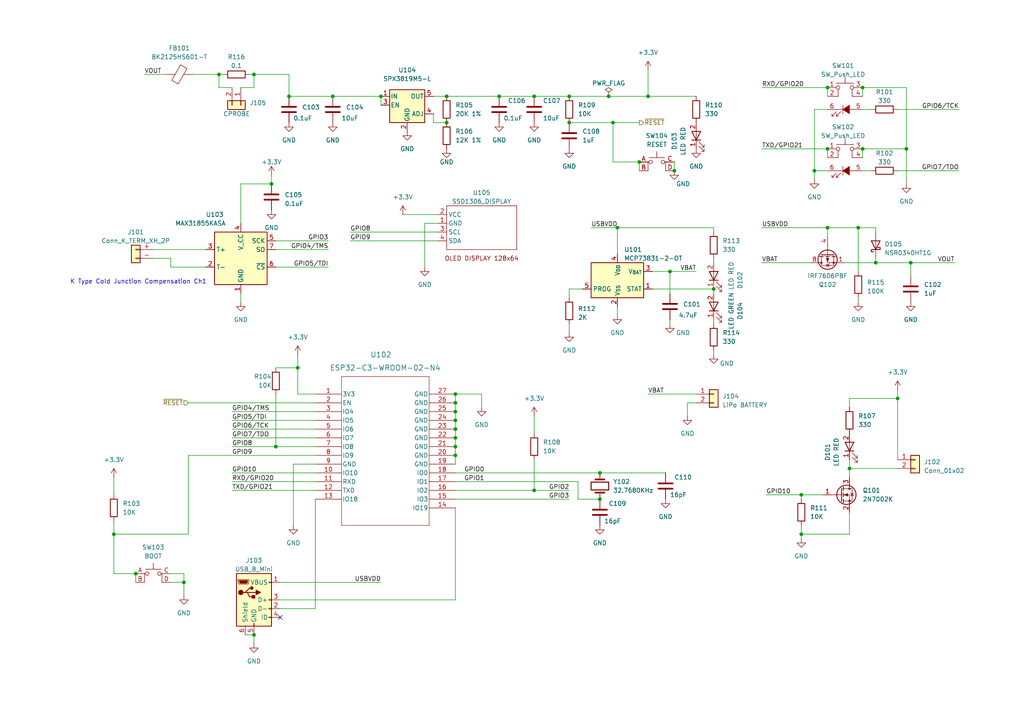
<source format=kicad_sch>
(kicad_sch (version 20230121) (generator eeschema)
  (paper "A4")
  (title_block (title "TempLogger") (date "2023-05-02") (rev "Rev1") (company "HNZ") (comment 1 "Licensed under CC-BY-SA V4.0") (comment 2 "2023 (C) Hiroshi Nakajima <hnakamiru1103@gmail.com>"))
  (lib_symbols
    (symbol "Battery_Management:MCP73831-2-OT"
      (property "Reference" "U" (at -7.62 6.35 0))
      (property "Value" "MCP73831-2-OT" (at 1.27 6.35 0))
      (symbol "MCP73831-2-OT_0_1"
        (rectangle (start -7.62 5.08) (end 7.62 -5.08) (stroke (width 0.254)) (fill (type background)))
      )
      (symbol "MCP73831-2-OT_1_1"
        (pin output line (at 10.16 -2.54 180) (length 2.54) (name "STAT") (number "1"))
        (pin power_in line (at 0 -7.62 90) (length 2.54) (name "V_{SS}") (number "2"))
        (pin power_out line (at 10.16 2.54 180) (length 2.54) (name "V_{BAT}") (number "3"))
        (pin power_in line (at 0 7.62 270) (length 2.54) (name "V_{DD}") (number "4"))
        (pin input line (at -10.16 -2.54 0) (length 2.54) (name "PROG") (number "5"))
      )
    )
    (symbol "Connector_Generic:Conn_01x02" (pin_names (offset 1.016) hide)
      (property "Reference" "J" (at 0 2.54 0))
      (property "Value" "Conn_01x02" (at 0 -5.08 0))
      (symbol "Conn_01x02_1_1"
        (rectangle (start -1.27 -2.413) (end 0 -2.667) (stroke (width 0.1524)))
        (rectangle (start -1.27 0.127) (end 0 -0.127) (stroke (width 0.1524)))
        (rectangle (start -1.27 1.27) (end 1.27 -3.81) (stroke (width 0.254)) (fill (type background)))
        (pin passive line (at -5.08 0 0) (length 3.81) (name "Pin_1") (number "1"))
        (pin passive line (at -5.08 -2.54 0) (length 3.81) (name "Pin_2") (number "2"))
      )
    )
    (symbol "Device:C" (pin_numbers hide) (pin_names (offset 0.254))
      (property "Reference" "C" (at 0.635 2.54 0))
      (property "Value" "C" (at 0.635 -2.54 0))
      (symbol "C_0_1"
        (polyline (pts (xy -2.032 -0.762) (xy 2.032 -0.762)) (stroke (width 0.508)))
        (polyline (pts (xy -2.032 0.762) (xy 2.032 0.762)) (stroke (width 0.508)))
      )
      (symbol "C_1_1"
        (pin passive line (at 0 3.81 270) (length 2.794) (name "~") (number "1"))
        (pin passive line (at 0 -3.81 90) (length 2.794) (name "~") (number "2"))
      )
    )
    (symbol "Device:FerriteBead" (pin_numbers hide) (pin_names (offset 0))
      (property "Reference" "FB" (at -3.81 0.635 90))
      (property "Value" "FerriteBead" (at 3.81 0 90))
      (symbol "FerriteBead_0_1"
        (polyline (pts (xy 0 -1.27) (xy 0 -1.2192)))
        (polyline (pts (xy 0 1.27) (xy 0 1.2954)))
        (polyline (pts (xy -2.7686 0.4064) (xy -1.7018 2.2606) (xy 2.7686 -0.3048) (xy 1.6764 -2.159) (xy -2.7686 0.4064)))
      )
      (symbol "FerriteBead_1_1"
        (pin passive line (at 0 3.81 270) (length 2.54) (name "~") (number "1"))
        (pin passive line (at 0 -3.81 90) (length 2.54) (name "~") (number "2"))
      )
    )
    (symbol "Device:LED" (pin_names (offset 1.016) hide)
      (property "Reference" "D" (at 0 2.54 0))
      (property "Value" "LED" (at 0 -2.54 0))
      (symbol "LED_0_1"
        (polyline (pts (xy -1.27 -1.27) (xy -1.27 1.27)) (stroke (width 0.254)))
        (polyline (pts (xy -1.27 0) (xy 1.27 0)))
        (polyline (pts (xy 1.27 -1.27) (xy 1.27 1.27) (xy -1.27 0) (xy 1.27 -1.27)) (stroke (width 0.254)))
        (polyline (pts (xy -3.048 -0.762) (xy -4.572 -2.286) (xy -3.81 -2.286) (xy -4.572 -2.286) (xy -4.572 -1.524)))
        (polyline (pts (xy -1.778 -0.762) (xy -3.302 -2.286) (xy -2.54 -2.286) (xy -3.302 -2.286) (xy -3.302 -1.524)))
      )
      (symbol "LED_1_1"
        (pin passive line (at -3.81 0 0) (length 2.54) (name "K") (number "1"))
        (pin passive line (at 3.81 0 180) (length 2.54) (name "A") (number "2"))
      )
    )
    (symbol "Device:R" (pin_numbers hide) (pin_names (offset 0))
      (property "Reference" "R" (at 2.032 0 90))
      (property "Value" "R" (at 0 0 90))
      (symbol "R_0_1"
        (rectangle (start -1.016 -2.54) (end 1.016 2.54) (stroke (width 0.254)))
      )
      (symbol "R_1_1"
        (pin passive line (at 0 3.81 270) (length 1.27) (name "~") (number "1"))
        (pin passive line (at 0 -3.81 90) (length 1.27) (name "~") (number "2"))
      )
    )
    (symbol "Diode:NSR0340HT1G" (pin_numbers hide) (pin_names (offset 1.016) hide)
      (property "Reference" "D" (at 0 2.54 0))
      (property "Value" "NSR0340HT1G" (at 0 -2.54 0))
      (symbol "NSR0340HT1G_0_1"
        (polyline (pts (xy 1.27 0) (xy -1.27 0)))
        (polyline (pts (xy 1.27 1.27) (xy 1.27 -1.27) (xy -1.27 0) (xy 1.27 1.27)) (stroke (width 0.254)))
        (polyline (pts (xy -1.905 0.635) (xy -1.905 1.27) (xy -1.27 1.27) (xy -1.27 -1.27) (xy -0.635 -1.27) (xy -0.635 -0.635)) (stroke (width 0.254)))
      )
      (symbol "NSR0340HT1G_1_1"
        (pin passive line (at -3.81 0 0) (length 2.54) (name "K") (number "1"))
        (pin passive line (at 3.81 0 180) (length 2.54) (name "A") (number "2"))
      )
    )
    (symbol "Regulator_Linear:SPX3819M5-L" (pin_names (offset 0.254))
      (property "Reference" "U" (at -3.81 5.715 0))
      (property "Value" "SPX3819M5-L" (at 0 5.715 0))
      (symbol "SPX3819M5-L_0_1"
        (rectangle (start -5.08 4.445) (end 5.08 -5.08) (stroke (width 0.254)) (fill (type background)))
      )
      (symbol "SPX3819M5-L_1_1"
        (pin power_in line (at -7.62 2.54 0) (length 2.54) (name "IN") (number "1"))
        (pin power_in line (at 0 -7.62 90) (length 2.54) (name "GND") (number "2"))
        (pin input line (at -7.62 0 0) (length 2.54) (name "EN") (number "3"))
        (pin input line (at 7.62 -2.54 180) (length 2.54) (name "ADJ") (number "4"))
        (pin power_out line (at 7.62 2.54 180) (length 2.54) (name "OUT") (number "5"))
      )
    )
    (symbol "SW_Push_LED_1" (pin_names (offset 1.016) hide)
      (property "Reference" "SW" (at 0.635 9.525 0))
      (property "Value" "SW_Push_LED" (at 0 -3.175 0))
      (symbol "SW_Push_LED_1_0_0"
        (polyline (pts (xy -3.81 -1.905) (xy -2.54 -0.635)))
        (polyline (pts (xy -2.54 -1.905) (xy -1.27 -0.635)))
        (polyline (pts (xy -2.54 0) (xy 2.54 0)))
        (polyline (pts (xy -0.635 1.27) (xy -0.635 -1.27)))
        (polyline (pts (xy -3.81 -1.27) (xy -3.81 -1.905) (xy -3.175 -1.905)))
        (polyline (pts (xy -2.54 -1.27) (xy -2.54 -1.905) (xy -1.905 -1.905)))
        (polyline (pts (xy -0.635 0) (xy 1.27 1.27) (xy 1.27 -1.27) (xy -0.635 0)) (fill (type outline)))
      )
      (symbol "SW_Push_LED_1_0_1"
        (circle (center -2.032 6.35) (radius 0.508))
        (polyline (pts (xy -2.54 3.81) (xy -2.032 3.81)))
        (polyline (pts (xy -2.032 5.842) (xy -2.032 3.81)))
        (polyline (pts (xy 0 7.62) (xy 0 9.398)))
        (polyline (pts (xy 2.54 7.62) (xy -2.54 7.62)))
        (polyline (pts (xy 2.54 3.81) (xy 2.032 3.81) (xy 2.032 5.842)))
        (circle (center 2.032 6.35) (radius 0.508))
        (pin passive line (at -5.08 6.35 0) (length 2.54) (name "1") (number "1"))
      )
      (symbol "SW_Push_LED_1_1_1"
        (pin passive line (at -5.08 3.81 0) (length 2.54) (name "2") (number "2"))
        (pin passive line (at 5.08 6.35 180) (length 2.54) (name "3") (number "3"))
        (pin passive line (at 5.08 3.81 180) (length 2.54) (name "4") (number "4"))
        (pin passive line (at 5.08 0 180) (length 2.54) (name "A") (number "5"))
        (pin passive line (at -5.08 0 0) (length 2.54) (name "K") (number "6"))
      )
    )
    (symbol "power:+3.3V" (power) (pin_names (offset 0))
      (property "Value" "+3.3V" (at 0 3.556 0))
      (symbol "+3.3V_0_1"
        (polyline (pts (xy -0.762 1.27) (xy 0 2.54)))
        (polyline (pts (xy 0 0) (xy 0 2.54)))
        (polyline (pts (xy 0 2.54) (xy 0.762 1.27)))
      )
      (symbol "+3.3V_1_1"
        (pin power_in line (at 0 0 90) (length 0) hide (name "+3.3V") (number "1"))
      )
    )
    (symbol "power:GND" (power) (pin_numbers hide) (pin_names (offset 0) hide)
      (property "Value" "GND" (at 0 -3.81 0))
      (symbol "GND_0_1"
        (polyline (pts (xy 0 0) (xy 0 -1.27) (xy 1.27 -1.27) (xy 0 -2.54) (xy -1.27 -1.27) (xy 0 -1.27)))
      )
      (symbol "GND_1_1"
        (pin power_in line (at 0 0 270) (length 0) hide (name "GND") (number "1"))
      )
    )
    (symbol "power:PWR_FLAG" (power) (pin_numbers hide) (pin_names (offset 0) hide)
      (property "Value" "PWR_FLAG" (at 0 3.81 0))
      (symbol "PWR_FLAG_0_0"
        (pin power_out line (at 0 0 90) (length 0) (name "pwr") (number "1"))
      )
      (symbol "PWR_FLAG_0_1"
        (polyline (pts (xy 0 0) (xy 0 1.27) (xy -1.016 1.905) (xy 0 2.54) (xy 1.016 1.905) (xy 0 1.27)))
      )
    )
    (symbol "tbctl:0.1uF" (pin_numbers hide) (pin_names (offset 0.254))
      (property "Reference" "C" (at 0.635 2.54 0))
      (property "Value" "0.1uF" (at 0.635 -2.54 0))
      (symbol "0.1uF_0_1"
        (polyline (pts (xy -2.032 -0.762) (xy 2.032 -0.762)) (stroke (width 0.508)))
        (polyline (pts (xy -2.032 0.762) (xy 2.032 0.762)) (stroke (width 0.508)))
      )
      (symbol "0.1uF_1_1"
        (pin passive line (at 0 3.81 270) (length 2.794) (name "~") (number "1"))
        (pin passive line (at 0 -3.81 90) (length 2.794) (name "~") (number "2"))
      )
    )
    (symbol "tbctl:2N7002K" (pin_names hide)
      (property "Reference" "Q" (at 5.08 1.905 0))
      (property "Value" "2N7002K" (at 5.08 0 0))
      (symbol "2N7002K_0_1"
        (polyline (pts (xy 0.254 0) (xy -2.54 0)))
        (polyline (pts (xy 0.254 1.905) (xy 0.254 -1.905)) (stroke (width 0.254)))
        (polyline (pts (xy 0.762 -1.27) (xy 0.762 -2.286)) (stroke (width 0.254)))
        (polyline (pts (xy 0.762 0.508) (xy 0.762 -0.508)) (stroke (width 0.254)))
        (polyline (pts (xy 0.762 2.286) (xy 0.762 1.27)) (stroke (width 0.254)))
        (polyline (pts (xy 2.54 2.54) (xy 2.54 1.778)))
        (polyline (pts (xy 2.54 -2.54) (xy 2.54 0) (xy 0.762 0)))
        (polyline (pts (xy 0.762 -1.778) (xy 3.302 -1.778) (xy 3.302 1.778) (xy 0.762 1.778)))
        (polyline (pts (xy 1.016 0) (xy 2.032 0.381) (xy 2.032 -0.381) (xy 1.016 0)) (fill (type outline)))
        (polyline (pts (xy 2.794 0.508) (xy 2.921 0.381) (xy 3.683 0.381) (xy 3.81 0.254)))
        (polyline (pts (xy 3.302 0.381) (xy 2.921 -0.254) (xy 3.683 -0.254) (xy 3.302 0.381)))
        (circle (center 1.651 0) (radius 2.794) (stroke (width 0.254)))
        (circle (center 2.54 -1.778) (radius 0.254) (fill (type outline)))
        (circle (center 2.54 1.778) (radius 0.254) (fill (type outline)))
      )
      (symbol "2N7002K_1_1"
        (pin input line (at -5.08 0 0) (length 2.54) (name "G") (number "1"))
        (pin passive line (at 2.54 -5.08 90) (length 2.54) (name "S") (number "2"))
        (pin passive line (at 2.54 5.08 270) (length 2.54) (name "D") (number "3"))
      )
    )
    (symbol "tbctl:32.7680KHz" (pin_numbers hide) (pin_names (offset 1.016) hide)
      (property "Reference" "Y" (at 0 3.81 0))
      (property "Value" "32.7680KHz" (at 0 -3.81 0))
      (property "digikey" "2151-RT3215-32.768-12.5-TRCT-ND" (at 0 0 0))
      (symbol "32.7680KHz_0_1"
        (rectangle (start -1.143 2.54) (end 1.143 -2.54) (stroke (width 0.3048)))
        (polyline (pts (xy -2.54 0) (xy -1.905 0)))
        (polyline (pts (xy -1.905 -1.27) (xy -1.905 1.27)) (stroke (width 0.508)))
        (polyline (pts (xy 1.905 -1.27) (xy 1.905 1.27)) (stroke (width 0.508)))
        (polyline (pts (xy 2.54 0) (xy 1.905 0)))
      )
      (symbol "32.7680KHz_1_1"
        (pin passive line (at -3.81 0 0) (length 1.27) (name "1") (number "1"))
        (pin passive line (at 3.81 0 180) (length 1.27) (name "2") (number "2"))
      )
    )
    (symbol "tbctl:Conn_K_TERM_XH_2P" (pin_names (offset 1.016) hide)
      (property "Reference" "J" (at 0 2.54 0))
      (property "Value" "Conn_K_TERM_XH_2P" (at 0 -5.08 0))
      (symbol "Conn_K_TERM_XH_2P_1_1"
        (rectangle (start -1.27 -2.413) (end 0 -2.667) (stroke (width 0.1524)))
        (rectangle (start -1.27 0.127) (end 0 -0.127) (stroke (width 0.1524)))
        (rectangle (start -1.27 1.27) (end 1.27 -3.81) (stroke (width 0.254)) (fill (type background)))
        (pin passive line (at -5.08 -2.54 0) (length 3.81) (name "+") (number "+"))
        (pin passive line (at -5.08 0 0) (length 3.81) (name "-") (number "-"))
      )
    )
    (symbol "tbctl:ESP32-C3-WROOM-02-N4" (pin_names (offset 0.254))
      (property "Reference" "U" (at 20.32 10.16 0))
      (property "Value" "ESP32-C3-WROOM-02-N4" (at 20.32 7.62 0))
      (symbol "ESP32-C3-WROOM-02-N4_0_1"
        (polyline (pts (xy 7.62 -38.1) (xy 33.02 -38.1)) (stroke (width 0.127)))
        (polyline (pts (xy 7.62 5.08) (xy 7.62 -38.1)) (stroke (width 0.127)))
        (polyline (pts (xy 33.02 -38.1) (xy 33.02 5.08)) (stroke (width 0.127)))
        (polyline (pts (xy 33.02 5.08) (xy 7.62 5.08)) (stroke (width 0.127)))
        (pin power_in line (at 0 0 0) (length 7.62) (name "3V3") (number "1"))
        (pin bidirectional line (at 0 -22.86 0) (length 7.62) (name "IO10") (number "10"))
        (pin passive line (at 0 -25.4 0) (length 7.62) (name "RXD") (number "11"))
        (pin passive line (at 0 -27.94 0) (length 7.62) (name "TXD") (number "12"))
        (pin bidirectional line (at 0 -30.48 0) (length 7.62) (name "IO18") (number "13"))
        (pin bidirectional line (at 40.64 -33.02 180) (length 7.62) (name "IO19") (number "14"))
        (pin bidirectional line (at 40.64 -30.48 180) (length 7.62) (name "IO3") (number "15"))
        (pin bidirectional line (at 40.64 -27.94 180) (length 7.62) (name "IO2") (number "16"))
        (pin bidirectional line (at 40.64 -25.4 180) (length 7.62) (name "IO1") (number "17"))
        (pin bidirectional line (at 40.64 -22.86 180) (length 7.62) (name "IO0") (number "18"))
        (pin power_in line (at 40.64 -20.32 180) (length 7.62) (name "GND") (number "19"))
        (pin passive line (at 0 -2.54 0) (length 7.62) (name "EN") (number "2"))
        (pin power_in line (at 40.64 -17.78 180) (length 7.62) (name "GND") (number "20"))
        (pin power_in line (at 40.64 -15.24 180) (length 7.62) (name "GND") (number "21"))
        (pin power_in line (at 40.64 -12.7 180) (length 7.62) (name "GND") (number "22"))
        (pin power_in line (at 40.64 -10.16 180) (length 7.62) (name "GND") (number "23"))
        (pin power_in line (at 40.64 -7.62 180) (length 7.62) (name "GND") (number "24"))
        (pin power_in line (at 40.64 -5.08 180) (length 7.62) (name "GND") (number "25"))
        (pin power_in line (at 40.64 -2.54 180) (length 7.62) (name "GND") (number "26"))
        (pin power_in line (at 40.64 0 180) (length 7.62) (name "GND") (number "27"))
        (pin bidirectional line (at 0 -5.08 0) (length 7.62) (name "IO4") (number "3"))
        (pin bidirectional line (at 0 -7.62 0) (length 7.62) (name "IO5") (number "4"))
        (pin bidirectional line (at 0 -10.16 0) (length 7.62) (name "IO6") (number "5"))
        (pin bidirectional line (at 0 -12.7 0) (length 7.62) (name "IO7") (number "6"))
        (pin bidirectional line (at 0 -15.24 0) (length 7.62) (name "IO8") (number "7"))
        (pin bidirectional line (at 0 -17.78 0) (length 7.62) (name "IO9") (number "8"))
        (pin power_in line (at 0 -20.32 0) (length 7.62) (name "GND") (number "9"))
      )
    )
    (symbol "tbctl:IRF7606PBF" (pin_names hide)
      (property "Reference" "Q" (at 5.08 1.905 0))
      (property "Value" "IRF7606PBF" (at 5.08 0 0))
      (symbol "IRF7606PBF_0_1"
        (polyline (pts (xy 0.254 0) (xy -2.54 0)))
        (polyline (pts (xy 0.254 1.905) (xy 0.254 -1.905)) (stroke (width 0.254)))
        (polyline (pts (xy 0.762 -1.27) (xy 0.762 -2.286)) (stroke (width 0.254)))
        (polyline (pts (xy 0.762 0.508) (xy 0.762 -0.508)) (stroke (width 0.254)))
        (polyline (pts (xy 0.762 2.286) (xy 0.762 1.27)) (stroke (width 0.254)))
        (polyline (pts (xy 2.54 2.54) (xy 2.54 1.778)))
        (polyline (pts (xy 2.54 -2.54) (xy 2.54 0) (xy 0.762 0)))
        (polyline (pts (xy 0.762 1.778) (xy 3.302 1.778) (xy 3.302 -1.778) (xy 0.762 -1.778)))
        (polyline (pts (xy 2.286 0) (xy 1.27 0.381) (xy 1.27 -0.381) (xy 2.286 0)) (fill (type outline)))
        (polyline (pts (xy 2.794 -0.508) (xy 2.921 -0.381) (xy 3.683 -0.381) (xy 3.81 -0.254)))
        (polyline (pts (xy 3.302 -0.381) (xy 2.921 0.254) (xy 3.683 0.254) (xy 3.302 -0.381)))
        (circle (center 1.651 0) (radius 2.794) (stroke (width 0.254)))
        (circle (center 2.54 -1.778) (radius 0.254) (fill (type outline)))
        (circle (center 2.54 1.778) (radius 0.254) (fill (type outline)))
      )
      (symbol "IRF7606PBF_1_1"
        (pin passive line (at 2.54 -5.08 90) (length 2.54) (name "S") (number "1"))
        (pin passive line (at 2.54 -5.08 90) (length 2.54) hide (name "S") (number "2"))
        (pin passive line (at 2.54 -5.08 90) (length 2.54) hide (name "S") (number "3"))
        (pin passive line (at -5.08 0 0) (length 2.54) (name "G") (number "4"))
        (pin passive line (at 2.54 5.08 270) (length 2.54) hide (name "D") (number "5"))
        (pin passive line (at 2.54 5.08 270) (length 2.54) hide (name "D") (number "6"))
        (pin passive line (at 2.54 5.08 270) (length 2.54) hide (name "D") (number "7"))
        (pin passive line (at 2.54 5.08 270) (length 2.54) (name "D") (number "8"))
      )
    )
    (symbol "tbctl:MAX31855KASA"
      (property "Reference" "U" (at -7.62 8.89 0))
      (property "Value" "MAX31855KASA" (at 1.27 8.89 0))
      (symbol "MAX31855KASA_0_1"
        (rectangle (start -7.62 7.62) (end 7.62 -7.62) (stroke (width 0.254)) (fill (type background)))
      )
      (symbol "MAX31855KASA_1_1"
        (pin power_in line (at 0 -10.16 90) (length 2.54) (name "GND") (number "1"))
        (pin passive line (at -10.16 -2.54 0) (length 2.54) (name "T-") (number "2"))
        (pin passive line (at -10.16 2.54 0) (length 2.54) (name "T+") (number "3"))
        (pin power_in line (at 0 10.16 270) (length 2.54) (name "V_CC") (number "4"))
        (pin input line (at 10.16 5.08 180) (length 2.54) (name "SCK") (number "5"))
        (pin input line (at 10.16 -2.54 180) (length 2.54) (name "~{CS}") (number "6"))
        (pin tri_state line (at 10.16 2.54 180) (length 2.54) (name "SO") (number "7"))
      )
    )
    (symbol "tbctl:PinHeader Conn_01x02" (pin_names (offset 1.016) hide)
      (property "Reference" "J" (at 0 2.54 0))
      (property "Value" "PinHeader Conn_01x02" (at 0 -5.08 0))
      (symbol "PinHeader Conn_01x02_1_1"
        (rectangle (start -1.27 -2.413) (end 0 -2.667) (stroke (width 0.1524)))
        (rectangle (start -1.27 0.127) (end 0 -0.127) (stroke (width 0.1524)))
        (rectangle (start -1.27 1.27) (end 1.27 -3.81) (stroke (width 0.254)) (fill (type background)))
        (pin passive line (at -5.08 0 0) (length 3.81) (name "Pin_1") (number "1"))
        (pin passive line (at -5.08 -2.54 0) (length 3.81) (name "Pin_2") (number "2"))
      )
    )
    (symbol "tbctl:SSD1306_DISPLAY"
      (property "Reference" "U" (at -3.048 8.636 0))
      (property "Value" "SSD1306_DISPLAY" (at 0 0 0))
      (symbol "SSD1306_DISPLAY_0_1"
        (rectangle (start -10.16 7.62) (end 10.16 -5.08))
      )
      (symbol "SSD1306_DISPLAY_1_1"
        (text "OLED DISPLAY 128x64" (at 0 -7.62 0) (effects (font (size 1.27 1.27))))
        (pin power_in line (at -12.7 2.54 0) (length 2.54) (name "GND") (number "1"))
        (pin power_in line (at -12.7 5.08 0) (length 2.54) (name "VCC") (number "2"))
        (pin passive line (at -12.7 0 0) (length 2.54) (name "SCL") (number "3"))
        (pin passive line (at -12.7 -2.54 0) (length 2.54) (name "SDA") (number "4"))
      )
    )
    (symbol "tbctl:SW_Push_LED" (pin_names (offset 1.016) hide)
      (property "Reference" "SW" (at 0.635 9.525 0))
      (property "Value" "SW_Push_LED" (at 0 -3.175 0))
      (symbol "SW_Push_LED_0_0"
        (polyline (pts (xy -3.81 -1.905) (xy -2.54 -0.635)))
        (polyline (pts (xy -2.54 -1.905) (xy -1.27 -0.635)))
        (polyline (pts (xy -2.54 0) (xy 2.54 0)))
        (polyline (pts (xy -0.635 1.27) (xy -0.635 -1.27)))
        (polyline (pts (xy -3.81 -1.27) (xy -3.81 -1.905) (xy -3.175 -1.905)))
        (polyline (pts (xy -2.54 -1.27) (xy -2.54 -1.905) (xy -1.905 -1.905)))
        (polyline (pts (xy -0.635 0) (xy 1.27 1.27) (xy 1.27 -1.27) (xy -0.635 0)) (fill (type outline)))
      )
      (symbol "SW_Push_LED_0_1"
        (circle (center -2.032 6.35) (radius 0.508))
        (polyline (pts (xy -2.54 3.81) (xy -2.032 3.81)))
        (polyline (pts (xy -2.032 5.842) (xy -2.032 3.81)))
        (polyline (pts (xy 0 7.62) (xy 0 9.398)))
        (polyline (pts (xy 2.54 7.62) (xy -2.54 7.62)))
        (polyline (pts (xy 2.54 3.81) (xy 2.032 3.81) (xy 2.032 5.842)))
        (circle (center 2.032 6.35) (radius 0.508))
        (pin passive line (at -5.08 6.35 0) (length 2.54) (name "1") (number "1"))
      )
      (symbol "SW_Push_LED_1_1"
        (pin passive line (at -5.08 3.81 0) (length 2.54) (name "2") (number "2"))
        (pin passive line (at 5.08 6.35 180) (length 2.54) (name "3") (number "3"))
        (pin passive line (at 5.08 3.81 180) (length 2.54) (name "4") (number "4"))
        (pin passive line (at 5.08 0 180) (length 2.54) (name "A") (number "5"))
        (pin passive line (at -5.08 0 0) (length 2.54) (name "K") (number "6"))
      )
    )
    (symbol "tbctl:TS-06104" (pin_names (offset 1.016) hide)
      (property "Reference" "SW" (at 0.635 5.715 0))
      (property "Value" "TS-06104" (at 0 -3.175 0))
      (symbol "TS-06104_0_1"
        (circle (center -1.778 2.54) (radius 0.508))
        (polyline (pts (xy -2.286 3.81) (xy 2.286 3.81)))
        (polyline (pts (xy 0 3.81) (xy 0 5.588)))
        (polyline (pts (xy -2.54 0) (xy -2.54 2.54) (xy -2.286 2.54)))
        (polyline (pts (xy 2.54 0) (xy 2.54 2.54) (xy 2.286 2.54)))
        (circle (center 1.778 2.54) (radius 0.508))
        (pin passive line (at -5.08 2.54 0) (length 2.54) (name "A") (number "A"))
        (pin passive line (at -5.08 0 0) (length 2.54) (name "B") (number "B"))
        (pin passive line (at 5.08 2.54 180) (length 2.54) (name "C") (number "C"))
        (pin passive line (at 5.08 0 180) (length 2.54) (name "D") (number "D"))
      )
    )
    (symbol "tbctl:USB_B_Mini" (pin_names (offset 1.016))
      (property "Reference" "J" (at -5.08 11.43 0))
      (property "Value" "USB_B_Mini" (at -5.08 8.89 0))
      (symbol "USB_B_Mini_0_1"
        (rectangle (start -5.08 -7.62) (end 5.08 7.62) (stroke (width 0.254)) (fill (type background)))
        (circle (center -3.81 2.159) (radius 0.635) (stroke (width 0.254)) (fill (type outline)))
        (circle (center -0.635 3.429) (radius 0.381) (stroke (width 0.254)) (fill (type outline)))
        (rectangle (start -0.127 -7.62) (end 0.127 -6.858))
        (polyline (pts (xy -1.905 2.159) (xy 0.635 2.159)) (stroke (width 0.254)))
        (polyline (pts (xy -3.175 2.159) (xy -2.54 2.159) (xy -1.27 3.429) (xy -0.635 3.429)) (stroke (width 0.254)))
        (polyline (pts (xy -2.54 2.159) (xy -1.905 2.159) (xy -1.27 0.889) (xy 0 0.889)) (stroke (width 0.254)))
        (polyline (pts (xy 0.635 2.794) (xy 0.635 1.524) (xy 1.905 2.159) (xy 0.635 2.794)) (stroke (width 0.254)) (fill (type outline)))
        (polyline (pts (xy -4.318 5.588) (xy -1.778 5.588) (xy -2.032 4.826) (xy -4.064 4.826) (xy -4.318 5.588)) (fill (type outline)))
        (polyline (pts (xy -4.699 5.842) (xy -4.699 5.588) (xy -4.445 4.826) (xy -4.445 4.572) (xy -1.651 4.572) (xy -1.651 4.826) (xy -1.397 5.588) (xy -1.397 5.842) (xy -4.699 5.842)))
        (rectangle (start 0.254 1.27) (end -0.508 0.508) (stroke (width 0.254)) (fill (type outline)))
        (rectangle (start 5.08 -5.207) (end 4.318 -4.953))
        (rectangle (start 5.08 -2.667) (end 4.318 -2.413))
        (rectangle (start 5.08 -0.127) (end 4.318 0.127))
        (rectangle (start 5.08 4.953) (end 4.318 5.207))
      )
      (symbol "USB_B_Mini_1_1"
        (pin power_out line (at 7.62 5.08 180) (length 2.54) (name "VBUS") (number "1"))
        (pin bidirectional line (at 7.62 -2.54 180) (length 2.54) (name "D-") (number "2"))
        (pin bidirectional line (at 7.62 0 180) (length 2.54) (name "D+") (number "3"))
        (pin passive line (at 7.62 -5.08 180) (length 2.54) (name "ID") (number "4"))
        (pin power_out line (at 0 -10.16 90) (length 2.54) (name "GND") (number "5"))
        (pin passive line (at -2.54 -10.16 90) (length 2.54) (name "Shield") (number "6"))
      )
    )
  )
  (junction (at 144.78 27.94))
  (junction (at 165.1 27.94))
  (junction (at 110.49 27.94))
  (junction (at 63.5 21.59))
  (junction (at 262.89 43.18))
  (junction (at 240.03 66.04))
  (junction (at 154.94 142.24))
  (junction (at 240.03 43.18))
  (junction (at 73.66 184.15))
  (junction (at 132.08 127))
  (junction (at 154.94 27.94))
  (junction (at 240.03 25.4))
  (junction (at 232.41 143.51))
  (junction (at 132.08 116.84))
  (junction (at 176.53 27.94))
  (junction (at 132.08 124.46))
  (junction (at 78.74 53.34))
  (junction (at 194.31 78.74))
  (junction (at 132.08 129.54))
  (junction (at 73.66 21.59))
  (junction (at 165.1 35.56))
  (junction (at 264.16 76.2))
  (junction (at 195.58 49.53))
  (junction (at 250.19 25.4))
  (junction (at 185.42 46.99))
  (junction (at 260.35 115.57))
  (junction (at 132.08 121.92))
  (junction (at 80.01 129.54))
  (junction (at 232.41 154.94))
  (junction (at 179.07 66.04))
  (junction (at 96.52 27.94))
  (junction (at 132.08 119.38))
  (junction (at 39.37 166.37))
  (junction (at 177.8 35.56))
  (junction (at 246.38 135.89))
  (junction (at 207.01 83.82))
  (junction (at 33.02 154.94))
  (junction (at 86.36 106.68))
  (junction (at 173.99 144.78))
  (junction (at 53.34 168.91))
  (junction (at 129.54 35.56))
  (junction (at 254 76.2))
  (junction (at 248.92 66.04))
  (junction (at 83.82 27.94))
  (junction (at 187.96 27.94))
  (junction (at 236.22 49.53))
  (junction (at 132.08 132.08))
  (junction (at 132.08 114.3))
  (junction (at 250.19 43.18))
  (junction (at 129.54 27.94))
  (junction (at 173.99 137.16))
  (no_connect (at 81.28 179.07))
  (wire (pts (xy 39.37 166.37) (xy 39.37 168.91)))
  (wire (pts (xy 171.45 66.04) (xy 179.07 66.04)))
  (wire (pts (xy 194.31 92.71) (xy 194.31 93.98)))
  (wire (pts (xy 80.01 69.85) (xy 95.25 69.85)))
  (wire (pts (xy 260.35 31.75) (xy 278.13 31.75)))
  (wire (pts (xy 67.31 137.16) (xy 91.44 137.16)))
  (wire (pts (xy 132.08 121.92) (xy 132.08 124.46)))
  (wire (pts (xy 167.64 139.7) (xy 167.64 144.78)))
  (wire (pts (xy 250.19 31.75) (xy 252.73 31.75)))
  (wire (pts (xy 67.31 139.7) (xy 91.44 139.7)))
  (wire (pts (xy 246.38 135.89) (xy 260.35 135.89)))
  (wire (pts (xy 91.44 176.53) (xy 81.28 176.53)))
  (wire (pts (xy 232.41 154.94) (xy 246.38 154.94)))
  (wire (pts (xy 187.96 114.3) (xy 201.93 114.3)))
  (wire (pts (xy 96.52 27.94) (xy 110.49 27.94)))
  (wire (pts (xy 179.07 88.9) (xy 179.07 91.44)))
  (wire (pts (xy 173.99 137.16) (xy 193.04 137.16)))
  (wire (pts (xy 132.08 114.3) (xy 139.7 114.3)))
  (wire (pts (xy 129.54 27.94) (xy 144.78 27.94)))
  (wire (pts (xy 187.96 20.32) (xy 187.96 27.94)))
  (wire (pts (xy 83.82 27.94) (xy 96.52 27.94)))
  (wire (pts (xy 123.19 64.77) (xy 123.19 77.47)))
  (wire (pts (xy 236.22 31.75) (xy 236.22 49.53)))
  (wire (pts (xy 132.08 127) (xy 132.08 129.54)))
  (wire (pts (xy 80.01 77.47) (xy 95.25 77.47)))
  (wire (pts (xy 254 67.31) (xy 254 66.04)))
  (wire (pts (xy 260.35 113.03) (xy 260.35 115.57)))
  (wire (pts (xy 165.1 27.94) (xy 176.53 27.94)))
  (wire (pts (xy 207.01 74.93) (xy 207.01 76.2)))
  (wire (pts (xy 53.34 166.37) (xy 53.34 168.91)))
  (wire (pts (xy 132.08 114.3) (xy 132.08 116.84)))
  (wire (pts (xy 254 74.93) (xy 254 76.2)))
  (wire (pts (xy 189.23 83.82) (xy 207.01 83.82)))
  (wire (pts (xy 67.31 25.4) (xy 63.5 25.4)))
  (wire (pts (xy 101.6 67.31) (xy 127 67.31)))
  (wire (pts (xy 83.82 21.59) (xy 83.82 27.94)))
  (wire (pts (xy 139.7 114.3) (xy 139.7 118.11)))
  (wire (pts (xy 132.08 137.16) (xy 173.99 137.16)))
  (wire (pts (xy 165.1 93.98) (xy 165.1 96.52)))
  (wire (pts (xy 116.84 62.23) (xy 127 62.23)))
  (wire (pts (xy 250.19 25.4) (xy 250.19 27.94)))
  (wire (pts (xy 132.08 132.08) (xy 132.08 134.62)))
  (wire (pts (xy 222.25 143.51) (xy 232.41 143.51)))
  (wire (pts (xy 132.08 173.99) (xy 81.28 173.99)))
  (wire (pts (xy 44.45 72.39) (xy 59.69 72.39)))
  (wire (pts (xy 132.08 129.54) (xy 132.08 132.08)))
  (wire (pts (xy 81.28 168.91) (xy 110.49 168.91)))
  (wire (pts (xy 154.94 133.35) (xy 154.94 142.24)))
  (wire (pts (xy 127 64.77) (xy 123.19 64.77)))
  (wire (pts (xy 73.66 21.59) (xy 83.82 21.59)))
  (wire (pts (xy 194.31 78.74) (xy 201.93 78.74)))
  (wire (pts (xy 165.1 83.82) (xy 165.1 86.36)))
  (wire (pts (xy 67.31 129.54) (xy 80.01 129.54)))
  (wire (pts (xy 250.19 43.18) (xy 262.89 43.18)))
  (wire (pts (xy 240.03 31.75) (xy 236.22 31.75)))
  (wire (pts (xy 179.07 66.04) (xy 207.01 66.04)))
  (wire (pts (xy 86.36 106.68) (xy 86.36 114.3)))
  (wire (pts (xy 71.12 184.15) (xy 73.66 184.15)))
  (wire (pts (xy 168.91 83.82) (xy 165.1 83.82)))
  (wire (pts (xy 125.73 27.94) (xy 129.54 27.94)))
  (wire (pts (xy 80.01 72.39) (xy 95.25 72.39)))
  (wire (pts (xy 132.08 116.84) (xy 132.08 119.38)))
  (wire (pts (xy 69.85 53.34) (xy 78.74 53.34)))
  (wire (pts (xy 194.31 78.74) (xy 194.31 85.09)))
  (wire (pts (xy 69.85 85.09) (xy 69.85 87.63)))
  (wire (pts (xy 49.53 77.47) (xy 59.69 77.47)))
  (wire (pts (xy 33.02 151.13) (xy 33.02 154.94)))
  (wire (pts (xy 54.61 132.08) (xy 91.44 132.08)))
  (wire (pts (xy 85.09 134.62) (xy 85.09 152.4)))
  (wire (pts (xy 177.8 35.56) (xy 177.8 46.99)))
  (wire (pts (xy 80.01 106.68) (xy 86.36 106.68)))
  (wire (pts (xy 44.45 74.93) (xy 49.53 74.93)))
  (wire (pts (xy 101.6 69.85) (xy 127 69.85)))
  (wire (pts (xy 240.03 66.04) (xy 220.98 66.04)))
  (wire (pts (xy 125.73 35.56) (xy 129.54 35.56)))
  (wire (pts (xy 240.03 68.58) (xy 240.03 66.04)))
  (wire (pts (xy 165.1 35.56) (xy 177.8 35.56)))
  (wire (pts (xy 207.01 85.09) (xy 207.01 83.82)))
  (wire (pts (xy 80.01 114.3) (xy 80.01 129.54)))
  (wire (pts (xy 246.38 138.43) (xy 246.38 135.89)))
  (wire (pts (xy 264.16 76.2) (xy 264.16 80.01)))
  (wire (pts (xy 53.34 168.91) (xy 53.34 172.72)))
  (wire (pts (xy 67.31 142.24) (xy 91.44 142.24)))
  (wire (pts (xy 232.41 143.51) (xy 238.76 143.51)))
  (wire (pts (xy 248.92 66.04) (xy 248.92 78.74)))
  (wire (pts (xy 55.88 21.59) (xy 63.5 21.59)))
  (wire (pts (xy 49.53 74.93) (xy 49.53 77.47)))
  (wire (pts (xy 248.92 66.04) (xy 254 66.04)))
  (wire (pts (xy 264.16 76.2) (xy 276.86 76.2)))
  (wire (pts (xy 91.44 134.62) (xy 85.09 134.62)))
  (wire (pts (xy 132.08 144.78) (xy 165.1 144.78)))
  (wire (pts (xy 63.5 21.59) (xy 64.77 21.59)))
  (wire (pts (xy 63.5 25.4) (xy 63.5 21.59)))
  (wire (pts (xy 246.38 115.57) (xy 260.35 115.57)))
  (wire (pts (xy 110.49 27.94) (xy 110.49 30.48)))
  (wire (pts (xy 220.98 43.18) (xy 240.03 43.18)))
  (wire (pts (xy 132.08 139.7) (xy 167.64 139.7)))
  (wire (pts (xy 187.96 27.94) (xy 201.93 27.94)))
  (wire (pts (xy 199.39 116.84) (xy 199.39 120.65)))
  (wire (pts (xy 232.41 144.78) (xy 232.41 143.51)))
  (wire (pts (xy 41.91 21.59) (xy 48.26 21.59)))
  (wire (pts (xy 33.02 154.94) (xy 33.02 166.37)))
  (wire (pts (xy 264.16 76.2) (xy 254 76.2)))
  (wire (pts (xy 132.08 147.32) (xy 132.08 173.99)))
  (wire (pts (xy 91.44 144.78) (xy 91.44 176.53)))
  (wire (pts (xy 195.58 46.99) (xy 195.58 49.53)))
  (wire (pts (xy 262.89 43.18) (xy 262.89 53.34)))
  (wire (pts (xy 72.39 21.59) (xy 73.66 21.59)))
  (wire (pts (xy 132.08 142.24) (xy 154.94 142.24)))
  (wire (pts (xy 220.98 76.2) (xy 234.95 76.2)))
  (wire (pts (xy 67.31 119.38) (xy 91.44 119.38)))
  (wire (pts (xy 248.92 86.36) (xy 248.92 87.63)))
  (wire (pts (xy 91.44 114.3) (xy 86.36 114.3)))
  (wire (pts (xy 250.19 49.53) (xy 252.73 49.53)))
  (wire (pts (xy 250.19 43.18) (xy 250.19 45.72)))
  (wire (pts (xy 240.03 43.18) (xy 240.03 45.72)))
  (wire (pts (xy 154.94 142.24) (xy 165.1 142.24)))
  (wire (pts (xy 86.36 102.87) (xy 86.36 106.68)))
  (wire (pts (xy 177.8 46.99) (xy 185.42 46.99)))
  (wire (pts (xy 207.01 92.71) (xy 207.01 93.98)))
  (wire (pts (xy 248.92 66.04) (xy 240.03 66.04)))
  (wire (pts (xy 262.89 25.4) (xy 262.89 43.18)))
  (wire (pts (xy 177.8 35.56) (xy 185.42 35.56)))
  (wire (pts (xy 49.53 166.37) (xy 53.34 166.37)))
  (wire (pts (xy 246.38 148.59) (xy 246.38 154.94)))
  (wire (pts (xy 80.01 129.54) (xy 91.44 129.54)))
  (wire (pts (xy 33.02 138.43) (xy 33.02 143.51)))
  (wire (pts (xy 144.78 27.94) (xy 154.94 27.94)))
  (wire (pts (xy 185.42 46.99) (xy 185.42 49.53)))
  (wire (pts (xy 154.94 120.65) (xy 154.94 125.73)))
  (wire (pts (xy 33.02 154.94) (xy 54.61 154.94)))
  (wire (pts (xy 67.31 127) (xy 91.44 127)))
  (wire (pts (xy 250.19 25.4) (xy 262.89 25.4)))
  (wire (pts (xy 189.23 78.74) (xy 194.31 78.74)))
  (wire (pts (xy 54.61 154.94) (xy 54.61 132.08)))
  (wire (pts (xy 246.38 133.35) (xy 246.38 135.89)))
  (wire (pts (xy 69.85 64.77) (xy 69.85 53.34)))
  (wire (pts (xy 232.41 156.21) (xy 232.41 154.94)))
  (wire (pts (xy 73.66 25.4) (xy 73.66 21.59)))
  (wire (pts (xy 260.35 49.53) (xy 278.13 49.53)))
  (wire (pts (xy 176.53 27.94) (xy 187.96 27.94)))
  (wire (pts (xy 207.01 101.6) (xy 207.01 102.87)))
  (wire (pts (xy 78.74 50.8) (xy 78.74 53.34)))
  (wire (pts (xy 33.02 166.37) (xy 39.37 166.37)))
  (wire (pts (xy 179.07 66.04) (xy 179.07 73.66)))
  (wire (pts (xy 73.66 184.15) (xy 73.66 186.69)))
  (wire (pts (xy 246.38 118.11) (xy 246.38 115.57)))
  (wire (pts (xy 167.64 144.78) (xy 173.99 144.78)))
  (wire (pts (xy 207.01 66.04) (xy 207.01 67.31)))
  (wire (pts (xy 236.22 49.53) (xy 236.22 52.07)))
  (wire (pts (xy 260.35 115.57) (xy 260.35 133.35)))
  (wire (pts (xy 240.03 25.4) (xy 240.03 27.94)))
  (wire (pts (xy 245.11 76.2) (xy 254 76.2)))
  (wire (pts (xy 125.73 33.02) (xy 125.73 35.56)))
  (wire (pts (xy 132.08 119.38) (xy 132.08 121.92)))
  (wire (pts (xy 232.41 152.4) (xy 232.41 154.94)))
  (wire (pts (xy 154.94 27.94) (xy 165.1 27.94)))
  (wire (pts (xy 132.08 124.46) (xy 132.08 127)))
  (wire (pts (xy 220.98 25.4) (xy 240.03 25.4)))
  (wire (pts (xy 236.22 49.53) (xy 240.03 49.53)))
  (wire (pts (xy 67.31 121.92) (xy 91.44 121.92)))
  (wire (pts (xy 54.61 116.84) (xy 91.44 116.84)))
  (wire (pts (xy 67.31 124.46) (xy 91.44 124.46)))
  (wire (pts (xy 201.93 116.84) (xy 199.39 116.84)))
  (wire (pts (xy 69.85 25.4) (xy 73.66 25.4)))
  (wire (pts (xy 49.53 168.91) (xy 53.34 168.91)))
  (text "K Type Cold Junction Compensation Ch1" (at 20.32 82.55 0) (effects (font (size 1.27 1.27)) (justify left bottom)))
  (label "GPIO1" (at 134.62 139.7 0))
  (label "GPIO5{slash}TDI" (at 95.25 77.47 180))
  (label "GPIO10" (at 67.31 137.16 0))
  (label "RXD{slash}GPIO20" (at 220.98 25.4 0))
  (label "USBVDD" (at 110.49 168.91 180))
  (label "TXD{slash}GPIO21" (at 220.98 43.18 0))
  (label "GPIO6{slash}TCK" (at 67.31 124.46 0))
  (label "GPIO7{slash}TDO" (at 67.31 127 0))
  (label "GPIO8" (at 67.31 129.54 0))
  (label "GPIO8" (at 101.6 67.31 0))
  (label "VOUT" (at 276.86 76.2 180))
  (label "TXD{slash}GPIO21" (at 67.31 142.24 0))
  (label "RXD{slash}GPIO20" (at 67.31 139.7 0))
  (label "GPIO9" (at 101.6 69.85 0))
  (label "GPIO2" (at 165.1 142.24 180))
  (label "VBAT" (at 201.93 78.74 180))
  (label "GPIO4{slash}TMS" (at 67.31 119.38 0))
  (label "GPIO6{slash}TCK" (at 278.13 31.75 180))
  (label "VOUT" (at 41.91 21.59 0))
  (label "GPIO0" (at 134.62 137.16 0))
  (label "VBAT" (at 220.98 76.2 0))
  (label "GPIO9" (at 67.31 132.08 0))
  (label "GPIO10" (at 222.25 143.51 0))
  (label "USBVDD" (at 220.98 66.04 0))
  (label "USBVDD" (at 171.45 66.04 0))
  (label "GPIO3" (at 165.1 144.78 180))
  (label "GPIO3" (at 95.25 69.85 180))
  (label "GPIO5{slash}TDI" (at 67.31 121.92 0))
  (label "VBAT" (at 187.96 114.3 0))
  (label "GPIO4{slash}TMS" (at 95.25 72.39 180))
  (label "GPIO7{slash}TDO" (at 278.13 49.53 180))
  (hierarchical_label "~{RESET}" (shape output) (at 185.42 35.56 0))
  (hierarchical_label "~{RESET}" (shape input) (at 54.61 116.84 180))
  (symbol (lib_id "Device:R") (at 33.02 147.32 0) (unit 1)
    (property "Reference" "R103" (at 35.56 146.0499 0) (effects (justify left)))
    (property "Value" "10K" (at 35.56 148.5899 0) (effects (justify left)))
    (property "Footprint" "tbctl:R_0805_2012Metric_Pad1.20x1.40mm_HandSolder" (effects hide))
  )
  (symbol (lib_id "power:GND") (at 83.82 35.56 0) (unit 1)
    (property "Reference" "#PWR0112" (effects hide))
    (property "Value" "GND" (at 83.82 40.64 0))
  )
  (symbol (lib_id "power:+3.3V") (at 154.94 120.65 0) (unit 1)
    (property "Reference" "#PWR0124" (effects hide))
    (property "Value" "+3.3V" (at 154.94 115.57 0))
  )
  (symbol (lib_id "power:GND") (at 199.39 120.65 0) (unit 1)
    (property "Reference" "#PWR0135" (effects hide))
    (property "Value" "GND" (at 199.39 125.73 0))
  )
  (symbol (lib_id "Diode:NSR0340HT1G") (at 254 71.12 90) (unit 1)
    (property "Reference" "D105" (at 256.54 70.8025 90) (effects (justify right)))
    (property "Value" "NSR0340HT1G" (at 256.54 73.3425 90) (effects (justify right)))
    (property "Footprint" "Diode_SMD:D_SOD-323_HandSoldering" (effects hide))
    (property "Datasheet" "https://www.onsemi.com/pub/Collateral/NSR0340H-D.PDF" (effects hide))
  )
  (symbol (lib_id "power:GND") (at 165.1 96.52 0) (unit 1)
    (property "Reference" "#PWR0106" (effects hide))
    (property "Value" "GND" (at 165.1 101.6 0))
  )
  (symbol (lib_id "Connector_Generic:Conn_01x02") (at 265.43 133.35 0) (unit 1)
    (property "Reference" "J102" (at 267.97 133.985 0) (effects (justify left)))
    (property "Value" "Conn_01x02" (at 267.97 136.525 0) (effects (justify left)))
    (property "Footprint" "Connector_JST:JST_XH_B2B-XH-A_1x02_P2.50mm_Vertical" (effects hide))
  )
  (symbol (lib_id "tbctl:TS-06104") (at 190.5 49.53 0) (unit 1)
    (property "Reference" "SW104" (at 190.5 39.37 0))
    (property "Value" "RESET" (at 190.5 41.91 0))
    (property "Footprint" "tbctl:TS-06104" (effects hide))
  )
  (symbol (lib_id "power:GND") (at 96.52 35.56 0) (unit 1)
    (property "Reference" "#PWR0115" (effects hide))
    (property "Value" "GND" (at 96.52 40.64 0))
  )
  (symbol (lib_id "Device:R") (at 207.01 97.79 0) (unit 1)
    (property "Reference" "R114" (at 209.55 96.5199 0) (effects (justify left)))
    (property "Value" "330" (at 209.55 99.0599 0) (effects (justify left)))
    (property "Footprint" "tbctl:R_0805_2012Metric_Pad1.20x1.40mm_HandSolder" (effects hide))
  )
  (symbol (lib_id "power:GND") (at 53.34 172.72 0) (unit 1)
    (property "Reference" "#PWR0111" (effects hide))
    (property "Value" "GND" (at 53.34 177.8 0))
  )
  (symbol (lib_id "power:GND") (at 193.04 144.78 0) (unit 1)
    (property "Reference" "#PWR0128" (effects hide))
    (property "Value" "GND" (at 193.04 149.86 0))
  )
  (symbol (lib_id "Device:LED") (at 207.01 88.9 90) (unit 1)
    (property "Reference" "D104" (at 214.63 90.17 0))
    (property "Value" "LED GREEN" (at 212.09 90.17 0))
    (property "Footprint" "tbctl:LED_0603_1608Metric_Pad1.05x0.95mm_HandSolder" (effects hide))
  )
  (symbol (lib_id "tbctl:Conn_K_TERM_XH_2P") (at 39.37 74.93 180) (unit 1)
    (property "Reference" "J101" (at 39.37 67.31 0))
    (property "Value" "Conn_K_TERM_XH_2P" (at 39.37 69.85 0))
    (property "Footprint" "tbctl:PCC-SMP_D" (effects hide))
  )
  (symbol (lib_id "Device:C") (at 154.94 31.75 0) (unit 1)
    (property "Reference" "C107" (at 157.48 29.21 0) (effects (justify left)))
    (property "Value" "10uF" (at 157.48 34.29 0) (effects (justify left)))
    (property "Footprint" "Capacitor_SMD:C_0805_2012Metric_Pad1.18x1.45mm_HandSolder" (effects hide))
  )
  (symbol (lib_id "Device:R") (at 129.54 31.75 0) (unit 1)
    (property "Reference" "R105" (at 132.08 30.4799 0) (effects (justify left)))
    (property "Value" "20K 1%" (at 132.08 33.0199 0) (effects (justify left)))
    (property "Footprint" "tbctl:R_0805_2012Metric_Pad1.20x1.40mm_HandSolder" (effects hide))
  )
  (symbol (lib_id "power:GND") (at 73.66 186.69 0) (unit 1)
    (property "Reference" "#PWR0103" (effects hide))
    (property "Value" "GND" (at 73.66 191.77 0))
  )
  (symbol (lib_id "tbctl:0.1uF") (at 78.74 57.15 0) (unit 1)
    (property "Reference" "C105" (at 82.55 56.515 0) (effects (justify left)))
    (property "Value" "0.1uF" (at 82.55 59.055 0) (effects (justify left)))
    (property "Footprint" "Capacitor_SMD:C_0603_1608Metric" (effects hide))
  )
  (symbol (lib_id "Device:FerriteBead") (at 52.07 21.59 90) (unit 1)
    (property "Reference" "FB101" (at 52.0192 13.97 90))
    (property "Value" "BK2125HS601-T" (at 52.0192 16.51 90))
    (property "Footprint" "tbctl:L_0603_1608Metric_Pad1.05x0.95mm_HandSolder" (effects hide))
  )
  (symbol (lib_id "tbctl:SW_Push_LED") (at 245.11 49.53 0) (unit 1)
    (property "Reference" "SW102" (at 244.5385 36.83 0))
    (property "Value" "SW_Push_LED" (at 244.5385 39.37 0))
    (property "Footprint" "tbctl:LS601-CU_CAP" (effects hide))
  )
  (symbol (lib_id "Device:C") (at 144.78 31.75 0) (unit 1)
    (property "Reference" "C106" (at 147.32 29.21 0) (effects (justify left)))
    (property "Value" "0.1uF" (at 146.05 34.29 0) (effects (justify left)))
    (property "Footprint" "Capacitor_SMD:C_0603_1608Metric_Pad1.08x0.95mm_HandSolder" (effects hide))
  )
  (symbol (lib_id "power:GND") (at 236.22 52.07 0) (unit 1)
    (property "Reference" "#PWR0105" (effects hide))
    (property "Value" "GND" (at 236.22 57.15 0))
  )
  (symbol (lib_id "power:PWR_FLAG") (at 176.53 27.94 0) (unit 1)
    (property "Reference" "#FLG0102" (effects hide))
    (property "Value" "PWR_FLAG" (at 176.53 24.13 0))
  )
  (symbol (lib_id "Device:R") (at 165.1 31.75 0) (unit 1)
    (property "Reference" "R109" (at 167.64 30.4799 0) (effects (justify left)))
    (property "Value" "10K" (at 167.64 33.0199 0) (effects (justify left)))
    (property "Footprint" "tbctl:R_0805_2012Metric_Pad1.20x1.40mm_HandSolder" (effects hide))
  )
  (symbol (lib_id "power:GND") (at 69.85 87.63 0) (unit 1)
    (property "Reference" "#PWR0116" (effects hide))
    (property "Value" "GND" (at 69.85 92.71 0))
  )
  (symbol (lib_id "power:GND") (at 232.41 156.21 0) (unit 1)
    (property "Reference" "#PWR0131" (effects hide))
    (property "Value" "GND" (at 232.41 161.29 0))
  )
  (symbol (lib_id "power:GND") (at 207.01 102.87 0) (unit 1)
    (property "Reference" "#PWR0108" (effects hide))
    (property "Value" "GND" (at 210.82 105.41 0))
  )
  (symbol (lib_id "Device:C") (at 264.16 83.82 0) (unit 1)
    (property "Reference" "C102" (at 267.97 82.5499 0) (effects (justify left)))
    (property "Value" "1uF" (at 267.97 85.09 0) (effects (justify left)))
    (property "Footprint" "Capacitor_SMD:C_0805_2012Metric" (effects hide))
  )
  (symbol (lib_id "tbctl:SSD1306_DISPLAY") (at 139.7 67.31 0) (unit 1)
    (property "Reference" "U105" (at 139.7 55.88 0))
    (property "Value" "SSD1306_DISPLAY" (at 139.7 58.42 0))
    (property "Footprint" "tbctl:OLED I2C DISPLAY" (effects hide))
  )
  (symbol (lib_id "power:GND") (at 139.7 118.11 0) (unit 1)
    (property "Reference" "#PWR0121" (effects hide))
    (property "Value" "GND" (at 139.7 123.19 0))
  )
  (symbol (lib_id "power:GND") (at 262.89 53.34 0) (unit 1)
    (property "Reference" "#PWR0104" (effects hide))
    (property "Value" "GND" (at 262.89 58.42 0))
  )
  (symbol (lib_id "Device:R") (at 246.38 121.92 0) (unit 1)
    (property "Reference" "R107" (at 248.92 120.6499 0) (effects (justify left)))
    (property "Value" "330" (at 248.92 123.1899 0) (effects (justify left)))
    (property "Footprint" "tbctl:R_0805_2012Metric_Pad1.20x1.40mm_HandSolder" (effects hide))
  )
  (symbol (lib_id "Device:R") (at 165.1 90.17 0) (unit 1)
    (property "Reference" "R112" (at 167.64 89.535 0) (effects (justify left)))
    (property "Value" "2K" (at 167.64 92.075 0) (effects (justify left)))
    (property "Footprint" "tbctl:R_0805_2012Metric_Pad1.20x1.40mm_HandSolder" (effects hide))
  )
  (symbol (lib_name "SW_Push_LED_1") (lib_id "tbctl:SW_Push_LED") (at 245.11 31.75 0) (unit 1)
    (property "Reference" "SW101" (at 244.5385 19.05 0))
    (property "Value" "SW_Push_LED" (at 244.5385 21.59 0))
    (property "Footprint" "tbctl:LS601-CU_CAP" (effects hide))
  )
  (symbol (lib_id "Device:LED") (at 201.93 39.37 90) (unit 1)
    (property "Reference" "D103" (at 195.58 40.9575 0))
    (property "Value" "LED RED" (at 198.12 40.9575 0))
    (property "Footprint" "tbctl:LED_0603_1608Metric_Pad1.05x0.95mm_HandSolder" (effects hide))
  )
  (symbol (lib_id "Device:LED") (at 207.01 80.01 90) (unit 1)
    (property "Reference" "D102" (at 214.63 81.28 0))
    (property "Value" "LED RED" (at 212.09 80.01 0))
    (property "Footprint" "tbctl:LED_0603_1608Metric_Pad1.05x0.95mm_HandSolder" (effects hide))
  )
  (symbol (lib_id "power:GND") (at 123.19 77.47 0) (unit 1)
    (property "Reference" "#PWR0134" (effects hide))
    (property "Value" "GND" (at 123.19 82.55 0))
  )
  (symbol (lib_id "power:GND") (at 264.16 87.63 0) (unit 1)
    (property "Reference" "#PWR0110" (effects hide))
    (property "Value" "GND" (at 264.16 92.71 0))
  )
  (symbol (lib_id "power:GND") (at 118.11 38.1 0) (unit 1)
    (property "Reference" "#PWR0119" (effects hide))
    (property "Value" "GND" (at 118.11 43.18 0))
  )
  (symbol (lib_id "power:GND") (at 201.93 43.18 0) (unit 1)
    (property "Reference" "#PWR0130" (effects hide))
    (property "Value" "GND" (at 201.93 48.26 0))
  )
  (symbol (lib_id "Device:C") (at 193.04 140.97 0) (unit 1)
    (property "Reference" "C110" (at 195.58 138.43 0) (effects (justify left)))
    (property "Value" "16pF" (at 194.31 143.51 0) (effects (justify left)))
    (property "Footprint" "Capacitor_SMD:C_0603_1608Metric_Pad1.08x0.95mm_HandSolder" (effects hide))
  )
  (symbol (lib_id "Device:C") (at 96.52 31.75 0) (unit 1)
    (property "Reference" "C104" (at 100.33 31.115 0) (effects (justify left)))
    (property "Value" "10uF" (at 99.06 34.29 0) (effects (justify left)))
    (property "Footprint" "Capacitor_SMD:C_0805_2012Metric_Pad1.18x1.45mm_HandSolder" (effects hide))
  )
  (symbol (lib_id "tbctl:TS-06104") (at 44.45 168.91 0) (unit 1)
    (property "Reference" "SW103" (at 44.45 158.75 0))
    (property "Value" "BOOT" (at 44.45 161.29 0))
    (property "Footprint" "tbctl:TS-06104" (effects hide))
  )
  (symbol (lib_id "power:+3.3V") (at 78.74 50.8 0) (unit 1)
    (property "Reference" "#PWR0117" (effects hide))
    (property "Value" "+3.3V" (at 78.74 46.99 0))
  )
  (symbol (lib_id "tbctl:IRF7606PBF") (at 240.03 73.66 90) (mirror x) (unit 1)
    (property "Reference" "Q102" (at 240.03 82.55 90))
    (property "Value" "IRF7606PBF" (at 240.03 80.01 90))
    (property "Footprint" "Package_SO:MSOP-8_3x3mm_P0.65mm" (effects hide))
    (property "Datasheet" "http://www.irf.com/product-info/datasheets/data/irf7606pbf.pdf" (effects hide))
  )
  (symbol (lib_id "Connector_Generic:Conn_01x02") (at 207.01 114.3 0) (unit 1)
    (property "Reference" "J104" (at 209.55 114.935 0) (effects (justify left)))
    (property "Value" "LiPo BATTERY" (at 209.55 117.475 0) (effects (justify left)))
    (property "Footprint" "Connector_JST:JST_PH_B2B-PH-K_1x02_P2.00mm_Vertical" (effects hide))
  )
  (symbol (lib_id "Device:R") (at 201.93 31.75 0) (unit 1)
    (property "Reference" "R110" (at 204.47 30.4799 0) (effects (justify left)))
    (property "Value" "330" (at 204.47 33.0199 0) (effects (justify left)))
    (property "Footprint" "tbctl:R_0805_2012Metric_Pad1.20x1.40mm_HandSolder" (effects hide))
  )
  (symbol (lib_id "Device:R") (at 80.01 110.49 0) (unit 1)
    (property "Reference" "R104" (at 73.66 109.22 0) (effects (justify left)))
    (property "Value" "10K" (at 74.93 111.76 0) (effects (justify left)))
    (property "Footprint" "tbctl:R_0805_2012Metric_Pad1.20x1.40mm_HandSolder" (effects hide))
  )
  (symbol (lib_id "Device:R") (at 256.54 31.75 90) (unit 1)
    (property "Reference" "R101" (at 256.54 26.67 90))
    (property "Value" "330" (at 256.54 29.21 90))
    (property "Footprint" "tbctl:R_0805_2012Metric_Pad1.20x1.40mm_HandSolder" (effects hide))
  )
  (symbol (lib_id "tbctl:USB_B_Mini") (at 73.66 173.99 0) (unit 1)
    (property "Reference" "J103" (at 73.66 162.56 0))
    (property "Value" "USB_B_Mini" (at 73.66 165.1 0))
    (property "Footprint" "tbctl:usb mini B connector c2235 dim 2" (effects hide))
  )
  (symbol (lib_id "power:GND") (at 195.58 49.53 0) (unit 1)
    (property "Reference" "#PWR0129" (effects hide))
    (property "Value" "GND" (at 198.12 53.34 0))
  )
  (symbol (lib_id "power:GND") (at 248.92 87.63 0) (unit 1)
    (property "Reference" "#PWR0133" (effects hide))
    (property "Value" "GND" (at 248.92 92.71 0))
  )
  (symbol (lib_id "power:+3.3V") (at 187.96 20.32 0) (unit 1)
    (property "Reference" "#PWR0127" (effects hide))
    (property "Value" "+3.3V" (at 187.96 15.24 0))
  )
  (symbol (lib_id "Device:R") (at 232.41 148.59 0) (unit 1)
    (property "Reference" "R111" (at 234.95 147.3199 0) (effects (justify left)))
    (property "Value" "10K" (at 234.95 149.8599 0) (effects (justify left)))
    (property "Footprint" "tbctl:R_0805_2012Metric_Pad1.20x1.40mm_HandSolder" (effects hide))
  )
  (symbol (lib_id "Device:R") (at 256.54 49.53 90) (unit 1)
    (property "Reference" "R102" (at 256.54 44.45 90))
    (property "Value" "330" (at 256.54 46.99 90))
    (property "Footprint" "tbctl:R_0805_2012Metric_Pad1.20x1.40mm_HandSolder" (effects hide))
  )
  (symbol (lib_id "Device:LED") (at 246.38 129.54 90) (unit 1)
    (property "Reference" "D101" (at 240.03 131.1275 0))
    (property "Value" "LED RED" (at 242.57 131.1275 0))
    (property "Footprint" "tbctl:LED_0603_1608Metric_Pad1.05x0.95mm_HandSolder" (effects hide))
  )
  (symbol (lib_id "tbctl:32.7680KHz") (at 173.99 140.97 90) (unit 1)
    (property "Reference" "Y102" (at 177.8 139.6999 90) (effects (justify right)))
    (property "Value" "32.7680KHz" (at 177.8 142.2399 90) (effects (justify right)))
    (property "Footprint" "Crystal:Crystal_SMD_3215-2Pin_3.2x1.5mm" (effects hide))
    (property "digikey" "2151-RT3215-32.768-12.5-TRCT-ND" (effects hide))
  )
  (symbol (lib_id "Regulator_Linear:SPX3819M5-L") (at 118.11 30.48 0) (unit 1)
    (property "Reference" "U104" (at 118.11 20.32 0))
    (property "Value" "SPX3819M5-L" (at 118.11 22.86 0))
    (property "Footprint" "Package_TO_SOT_SMD:SOT-23-5" (effects hide))
    (property "Datasheet" "https://www.exar.com/content/document.ashx?id=22106&languageid=1033&type=Datasheet&partnumber=SPX3819&filename=SPX3819.pdf&part=SPX3819" (effects hide))
  )
  (symbol (lib_id "tbctl:ESP32-C3-WROOM-02-N4") (at 91.44 114.3 0) (unit 1)
    (property "Reference" "U102" (at 110.49 102.87 0) (effects (font (size 1.524 1.524))))
    (property "Value" "ESP32-C3-WROOM-02-N4" (at 111.76 106.68 0) (effects (font (size 1.524 1.524))))
    (property "Footprint" "tbctl:IC18_ESP32-C3-WROOM-02-N4_EXP" (effects hide))
    (property "Datasheet" "ESP32-C3-WROOM-02-N4" (effects hide))
  )
  (symbol (lib_id "power:GND") (at 173.99 152.4 0) (unit 1)
    (property "Reference" "#PWR0126" (effects hide))
    (property "Value" "GND" (at 173.99 157.48 0))
  )
  (symbol (lib_id "power:GND") (at 165.1 43.18 0) (unit 1)
    (property "Reference" "#PWR0125" (effects hide))
    (property "Value" "GND" (at 165.1 48.26 0))
  )
  (symbol (lib_id "Device:R") (at 207.01 71.12 0) (unit 1)
    (property "Reference" "R113" (at 209.55 69.8499 0) (effects (justify left)))
    (property "Value" "330" (at 209.55 72.3899 0) (effects (justify left)))
    (property "Footprint" "tbctl:R_0805_2012Metric_Pad1.20x1.40mm_HandSolder" (effects hide))
  )
  (symbol (lib_id "Battery_Management:MCP73831-2-OT") (at 179.07 81.28 0) (unit 1)
    (property "Reference" "U101" (at 181.0259 72.39 0) (effects (justify left)))
    (property "Value" "MCP73831-2-OT" (at 181.0259 74.93 0) (effects (justify left)))
    (property "Footprint" "Package_TO_SOT_SMD:SOT-23-5" (effects hide))
    (property "Datasheet" "http://ww1.microchip.com/downloads/en/DeviceDoc/20001984g.pdf" (effects hide))
  )
  (symbol (lib_id "Device:R") (at 129.54 39.37 0) (unit 1)
    (property "Reference" "R106" (at 132.08 38.0999 0) (effects (justify left)))
    (property "Value" "12K 1%" (at 132.08 40.6399 0) (effects (justify left)))
    (property "Footprint" "tbctl:R_0805_2012Metric_Pad1.20x1.40mm_HandSolder" (effects hide))
  )
  (symbol (lib_id "Device:R") (at 248.92 82.55 0) (unit 1)
    (property "Reference" "R115" (at 251.46 81.915 0) (effects (justify left)))
    (property "Value" "100K" (at 251.46 84.455 0) (effects (justify left)))
    (property "Footprint" "tbctl:R_0805_2012Metric_Pad1.20x1.40mm_HandSolder" (effects hide))
  )
  (symbol (lib_id "power:+3.3V") (at 86.36 102.87 0) (unit 1)
    (property "Reference" "#PWR0113" (effects hide))
    (property "Value" "+3.3V" (at 86.36 97.79 0))
  )
  (symbol (lib_id "power:GND") (at 129.54 43.18 0) (unit 1)
    (property "Reference" "#PWR0120" (effects hide))
    (property "Value" "GND" (at 129.54 46.99 0))
  )
  (symbol (lib_id "power:GND") (at 78.74 60.96 0) (unit 1)
    (property "Reference" "#PWR0118" (effects hide))
    (property "Value" "GND" (at 78.74 66.04 0))
  )
  (symbol (lib_id "power:+3.3V") (at 33.02 138.43 0) (unit 1)
    (property "Reference" "#PWR0102" (effects hide))
    (property "Value" "+3.3V" (at 33.02 133.35 0))
  )
  (symbol (lib_id "Device:C") (at 165.1 39.37 0) (unit 1)
    (property "Reference" "C108" (at 168.91 38.0999 0) (effects (justify left)))
    (property "Value" "1uF" (at 168.91 40.64 0) (effects (justify left)))
    (property "Footprint" "Capacitor_SMD:C_0805_2012Metric" (effects hide))
  )
  (symbol (lib_id "power:GND") (at 179.07 91.44 0) (unit 1)
    (property "Reference" "#PWR0107" (effects hide))
    (property "Value" "GND" (at 179.07 96.52 0))
  )
  (symbol (lib_id "tbctl:PinHeader Conn_01x02") (at 69.85 30.48 270) (unit 1)
    (property "Reference" "J105" (at 72.39 29.845 90) (effects (justify left)))
    (property "Value" "CPROBE" (at 64.77 33.02 90) (effects (justify left)))
    (property "Footprint" "Connector_PinHeader_1.27mm:PinHeader_1x02_P1.27mm_Vertical" (effects hide))
  )
  (symbol (lib_id "Device:C") (at 83.82 31.75 0) (unit 1)
    (property "Reference" "C103" (at 87.63 31.115 0) (effects (justify left)))
    (property "Value" "0.1uF" (at 85.09 34.29 0) (effects (justify left)))
    (property "Footprint" "Capacitor_SMD:C_0603_1608Metric_Pad1.08x0.95mm_HandSolder" (effects hide))
  )
  (symbol (lib_id "Device:R") (at 68.58 21.59 90) (unit 1)
    (property "Reference" "R116" (at 68.58 16.51 90))
    (property "Value" "0.1" (at 68.58 19.05 90))
    (property "Footprint" "tbctl:R_0805_2012Metric_Pad1.20x1.40mm_HandSolder" (effects hide))
  )
  (symbol (lib_id "power:+3.3V") (at 260.35 113.03 0) (unit 1)
    (property "Reference" "#PWR0101" (effects hide))
    (property "Value" "+3.3V" (at 260.35 107.95 0))
  )
  (symbol (lib_id "Device:C") (at 194.31 88.9 0) (unit 1)
    (property "Reference" "C101" (at 198.12 88.265 0) (effects (justify left)))
    (property "Value" "4.7uF" (at 196.85 91.44 0) (effects (justify left)))
    (property "Footprint" "Capacitor_SMD:C_0805_2012Metric_Pad1.18x1.45mm_HandSolder" (effects hide))
  )
  (symbol (lib_id "power:GND") (at 85.09 152.4 0) (unit 1)
    (property "Reference" "#PWR0114" (effects hide))
    (property "Value" "GND" (at 85.09 157.48 0))
  )
  (symbol (lib_id "power:GND") (at 194.31 93.98 0) (unit 1)
    (property "Reference" "#PWR0109" (effects hide))
    (property "Value" "GND" (at 198.12 96.52 0))
  )
  (symbol (lib_id "Device:C") (at 173.99 148.59 0) (unit 1)
    (property "Reference" "C109" (at 176.53 146.05 0) (effects (justify left)))
    (property "Value" "16pF" (at 175.26 151.13 0) (effects (justify left)))
    (property "Footprint" "Capacitor_SMD:C_0603_1608Metric_Pad1.08x0.95mm_HandSolder" (effects hide))
  )
  (symbol (lib_id "power:+3.3V") (at 116.84 62.23 0) (unit 1)
    (property "Reference" "#PWR0132" (effects hide))
    (property "Value" "+3.3V" (at 116.84 57.15 0))
  )
  (symbol (lib_id "Device:R") (at 154.94 129.54 0) (unit 1)
    (property "Reference" "R108" (at 157.48 128.2699 0) (effects (justify left)))
    (property "Value" "10K" (at 157.48 130.8099 0) (effects (justify left)))
    (property "Footprint" "tbctl:R_0805_2012Metric_Pad1.20x1.40mm_HandSolder" (effects hide))
  )
  (symbol (lib_id "tbctl:2N7002K") (at 243.84 143.51 0) (unit 1)
    (property "Reference" "Q101" (at 250.19 142.2399 0) (effects (justify left)))
    (property "Value" "2N7002K" (at 250.19 144.7799 0) (effects (justify left)))
    (property "Footprint" "Package_TO_SOT_SMD:SOT-23" (effects hide))
    (property "Datasheet" "https://www.diodes.com/assets/Datasheets/ds30896.pdf" (effects hide))
  )
  (symbol (lib_id "power:GND") (at 144.78 35.56 0) (unit 1)
    (property "Reference" "#PWR0122" (effects hide))
    (property "Value" "GND" (at 144.78 40.64 0))
  )
  (symbol (lib_id "power:GND") (at 154.94 35.56 0) (unit 1)
    (property "Reference" "#PWR0123" (effects hide))
    (property "Value" "GND" (at 154.94 40.64 0))
  )
  (symbol (lib_id "tbctl:MAX31855KASA") (at 69.85 74.93 0) (unit 1)
    (property "Reference" "U103" (at 59.69 62.23 0) (effects (justify left)))
    (property "Value" "MAX31855KASA" (at 50.8 64.77 0) (effects (justify left)))
    (property "Footprint" "Package_SO:SOIC-8_3.9x4.9mm_P1.27mm" (effects hide))
    (property "Datasheet" "http://datasheets.maximintegrated.com/en/ds/MAX31855.pdf" (effects hide))
  )
)
</source>
